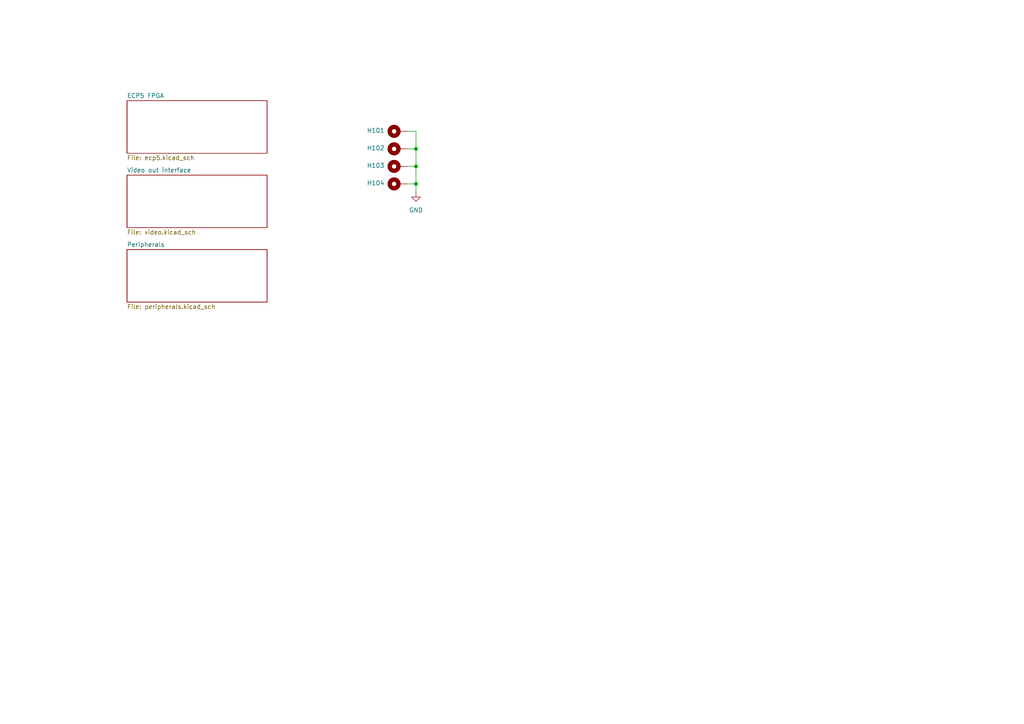
<source format=kicad_sch>
(kicad_sch (version 20231120) (generator "eeschema") (generator_version "8.0")
  (paper "A4")
  (lib_symbols
    (symbol "Mechanical:MountingHole_Pad" (pin_numbers hide) (pin_names (offset 1.016) hide) (exclude_from_sim yes) (in_bom no)
      (property "Reference" "H" (at 0 6.35 0))
      (property "Value" "MountingHole_Pad" (at 0 4.445 0))
      (symbol "MountingHole_Pad_0_1"
        (circle (center 0 1.27) (radius 1.27) (stroke (width 1.27)))
      )
      (symbol "MountingHole_Pad_1_1"
        (pin input line (at 0 -2.54 90) (length 2.54) (name "1") (number "1"))
      )
    )
    (symbol "power:GND" (power) (pin_numbers hide) (pin_names (offset 0) hide)
      (property "Value" "GND" (at 0 -3.81 0))
      (symbol "GND_0_1"
        (polyline (pts (xy 0 0) (xy 0 -1.27) (xy 1.27 -1.27) (xy 0 -2.54) (xy -1.27 -1.27) (xy 0 -1.27)))
      )
      (symbol "GND_1_1"
        (pin power_in line (at 0 0 270) (length 0) (name "~") (number "1"))
      )
    )
  )
  (junction (at 120.65 53.34))
  (junction (at 120.65 48.26))
  (junction (at 120.65 43.18))
  (wire (pts (xy 120.65 38.1) (xy 120.65 43.18)))
  (wire (pts (xy 118.11 48.26) (xy 120.65 48.26)))
  (wire (pts (xy 120.65 48.26) (xy 120.65 53.34)))
  (wire (pts (xy 118.11 38.1) (xy 120.65 38.1)))
  (wire (pts (xy 118.11 43.18) (xy 120.65 43.18)))
  (wire (pts (xy 120.65 53.34) (xy 120.65 55.88)))
  (wire (pts (xy 120.65 43.18) (xy 120.65 48.26)))
  (wire (pts (xy 118.11 53.34) (xy 120.65 53.34)))
  (symbol (lib_id "Mechanical:MountingHole_Pad") (at 115.57 48.26 90) (unit 1) (exclude_from_sim yes) (in_bom no)
    (property "Reference" "H103" (at 108.966 48.006 90))
    (property "Value" "MountingHole_Pad" (effects (hide yes)))
    (property "Footprint" "MountingHole:MountingHole_2.7mm_M2.5_Pad" (effects (hide yes)))
    (property "Description" "Mounting Hole with connection" (effects (hide yes)))
  )
  (symbol (lib_id "power:GND") (at 120.65 55.88 0) (unit 1)
    (property "Reference" "#PWR0101" (effects (hide yes)))
    (property "Value" "GND" (at 120.65 60.96 0))
    (property "Description" "Power symbol creates a global label with name \"GND\" , ground" (effects (hide yes)))
  )
  (symbol (lib_id "Mechanical:MountingHole_Pad") (at 115.57 38.1 90) (unit 1) (exclude_from_sim yes) (in_bom no)
    (property "Reference" "H101" (at 108.966 37.846 90))
    (property "Value" "MountingHole_Pad" (effects (hide yes)))
    (property "Footprint" "MountingHole:MountingHole_2.7mm_M2.5_Pad" (effects (hide yes)))
    (property "Description" "Mounting Hole with connection" (effects (hide yes)))
  )
  (symbol (lib_id "Mechanical:MountingHole_Pad") (at 115.57 53.34 90) (unit 1) (exclude_from_sim yes) (in_bom no)
    (property "Reference" "H104" (at 108.966 53.086 90))
    (property "Value" "MountingHole_Pad" (effects (hide yes)))
    (property "Footprint" "MountingHole:MountingHole_2.7mm_M2.5_Pad" (effects (hide yes)))
    (property "Description" "Mounting Hole with connection" (effects (hide yes)))
  )
  (symbol (lib_id "Mechanical:MountingHole_Pad") (at 115.57 43.18 90) (unit 1) (exclude_from_sim yes) (in_bom no)
    (property "Reference" "H102" (at 108.966 42.926 90))
    (property "Value" "MountingHole_Pad" (effects (hide yes)))
    (property "Footprint" "MountingHole:MountingHole_2.7mm_M2.5_Pad" (effects (hide yes)))
    (property "Description" "Mounting Hole with connection" (effects (hide yes)))
  )
  (sheet (at 36.83 72.39) (size 40.64 15.24) (stroke (width 0.1524))
    (property "Sheetname" "Peripherals" (at 36.83 71.6784 0) (effects (justify left bottom)))
    (property "Sheetfile" "peripherals.kicad_sch" (at 36.83 88.2146 0) (effects (justify left top)))
  )
  (sheet (at 36.83 50.8) (size 40.64 15.24) (stroke (width 0.1524))
    (property "Sheetname" "Video out interface" (at 36.83 50.0884 0) (effects (justify left bottom)))
    (property "Sheetfile" "video.kicad_sch" (at 36.83 66.6246 0) (effects (justify left top)))
  )
  (sheet (at 36.83 29.21) (size 40.64 15.24) (stroke (width 0.1524))
    (property "Sheetname" "ECP5 FPGA" (at 36.83 28.4984 0) (effects (justify left bottom)))
    (property "Sheetfile" "ecp5.kicad_sch" (at 36.83 45.0346 0) (effects (justify left top)))
  )
)
</source>
